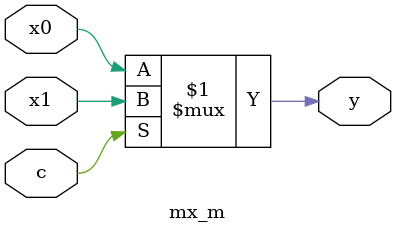
<source format=sv>
module mx_m #(parameter SIZE=1) (
    output wire [SIZE-1:0] y,
    input wire c,
    input wire [SIZE-1:0] x0,
    input wire [SIZE-1:0] x1
);
    assign y = c ? x1 : x0;
endmodule

</source>
